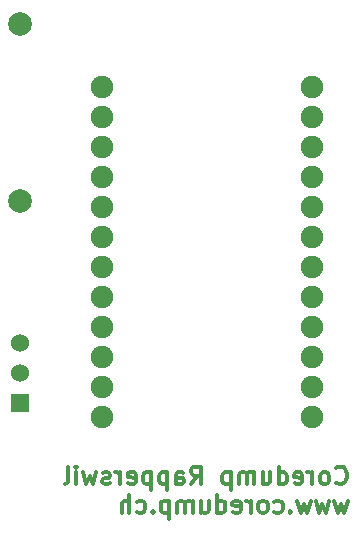
<source format=gbs>
G04 #@! TF.FileFunction,Soldermask,Bot*
%FSLAX46Y46*%
G04 Gerber Fmt 4.6, Leading zero omitted, Abs format (unit mm)*
G04 Created by KiCad (PCBNEW (2015-11-24 BZR 6329, Git e511afd)-product) date Die 01 Dez 2015 10:43:08 CET*
%MOMM*%
G01*
G04 APERTURE LIST*
%ADD10C,0.150000*%
%ADD11C,0.300000*%
%ADD12C,1.900000*%
%ADD13R,1.524000X1.524000*%
%ADD14C,1.524000*%
%ADD15C,1.998980*%
G04 APERTURE END LIST*
D10*
D11*
X141025714Y-112365714D02*
X141097143Y-112437143D01*
X141311429Y-112508571D01*
X141454286Y-112508571D01*
X141668571Y-112437143D01*
X141811429Y-112294286D01*
X141882857Y-112151429D01*
X141954286Y-111865714D01*
X141954286Y-111651429D01*
X141882857Y-111365714D01*
X141811429Y-111222857D01*
X141668571Y-111080000D01*
X141454286Y-111008571D01*
X141311429Y-111008571D01*
X141097143Y-111080000D01*
X141025714Y-111151429D01*
X140168571Y-112508571D02*
X140311429Y-112437143D01*
X140382857Y-112365714D01*
X140454286Y-112222857D01*
X140454286Y-111794286D01*
X140382857Y-111651429D01*
X140311429Y-111580000D01*
X140168571Y-111508571D01*
X139954286Y-111508571D01*
X139811429Y-111580000D01*
X139740000Y-111651429D01*
X139668571Y-111794286D01*
X139668571Y-112222857D01*
X139740000Y-112365714D01*
X139811429Y-112437143D01*
X139954286Y-112508571D01*
X140168571Y-112508571D01*
X139025714Y-112508571D02*
X139025714Y-111508571D01*
X139025714Y-111794286D02*
X138954286Y-111651429D01*
X138882857Y-111580000D01*
X138740000Y-111508571D01*
X138597143Y-111508571D01*
X137525715Y-112437143D02*
X137668572Y-112508571D01*
X137954286Y-112508571D01*
X138097143Y-112437143D01*
X138168572Y-112294286D01*
X138168572Y-111722857D01*
X138097143Y-111580000D01*
X137954286Y-111508571D01*
X137668572Y-111508571D01*
X137525715Y-111580000D01*
X137454286Y-111722857D01*
X137454286Y-111865714D01*
X138168572Y-112008571D01*
X136168572Y-112508571D02*
X136168572Y-111008571D01*
X136168572Y-112437143D02*
X136311429Y-112508571D01*
X136597143Y-112508571D01*
X136740001Y-112437143D01*
X136811429Y-112365714D01*
X136882858Y-112222857D01*
X136882858Y-111794286D01*
X136811429Y-111651429D01*
X136740001Y-111580000D01*
X136597143Y-111508571D01*
X136311429Y-111508571D01*
X136168572Y-111580000D01*
X134811429Y-111508571D02*
X134811429Y-112508571D01*
X135454286Y-111508571D02*
X135454286Y-112294286D01*
X135382858Y-112437143D01*
X135240000Y-112508571D01*
X135025715Y-112508571D01*
X134882858Y-112437143D01*
X134811429Y-112365714D01*
X134097143Y-112508571D02*
X134097143Y-111508571D01*
X134097143Y-111651429D02*
X134025715Y-111580000D01*
X133882857Y-111508571D01*
X133668572Y-111508571D01*
X133525715Y-111580000D01*
X133454286Y-111722857D01*
X133454286Y-112508571D01*
X133454286Y-111722857D02*
X133382857Y-111580000D01*
X133240000Y-111508571D01*
X133025715Y-111508571D01*
X132882857Y-111580000D01*
X132811429Y-111722857D01*
X132811429Y-112508571D01*
X132097143Y-111508571D02*
X132097143Y-113008571D01*
X132097143Y-111580000D02*
X131954286Y-111508571D01*
X131668572Y-111508571D01*
X131525715Y-111580000D01*
X131454286Y-111651429D01*
X131382857Y-111794286D01*
X131382857Y-112222857D01*
X131454286Y-112365714D01*
X131525715Y-112437143D01*
X131668572Y-112508571D01*
X131954286Y-112508571D01*
X132097143Y-112437143D01*
X128740000Y-112508571D02*
X129240000Y-111794286D01*
X129597143Y-112508571D02*
X129597143Y-111008571D01*
X129025715Y-111008571D01*
X128882857Y-111080000D01*
X128811429Y-111151429D01*
X128740000Y-111294286D01*
X128740000Y-111508571D01*
X128811429Y-111651429D01*
X128882857Y-111722857D01*
X129025715Y-111794286D01*
X129597143Y-111794286D01*
X127454286Y-112508571D02*
X127454286Y-111722857D01*
X127525715Y-111580000D01*
X127668572Y-111508571D01*
X127954286Y-111508571D01*
X128097143Y-111580000D01*
X127454286Y-112437143D02*
X127597143Y-112508571D01*
X127954286Y-112508571D01*
X128097143Y-112437143D01*
X128168572Y-112294286D01*
X128168572Y-112151429D01*
X128097143Y-112008571D01*
X127954286Y-111937143D01*
X127597143Y-111937143D01*
X127454286Y-111865714D01*
X126740000Y-111508571D02*
X126740000Y-113008571D01*
X126740000Y-111580000D02*
X126597143Y-111508571D01*
X126311429Y-111508571D01*
X126168572Y-111580000D01*
X126097143Y-111651429D01*
X126025714Y-111794286D01*
X126025714Y-112222857D01*
X126097143Y-112365714D01*
X126168572Y-112437143D01*
X126311429Y-112508571D01*
X126597143Y-112508571D01*
X126740000Y-112437143D01*
X125382857Y-111508571D02*
X125382857Y-113008571D01*
X125382857Y-111580000D02*
X125240000Y-111508571D01*
X124954286Y-111508571D01*
X124811429Y-111580000D01*
X124740000Y-111651429D01*
X124668571Y-111794286D01*
X124668571Y-112222857D01*
X124740000Y-112365714D01*
X124811429Y-112437143D01*
X124954286Y-112508571D01*
X125240000Y-112508571D01*
X125382857Y-112437143D01*
X123454286Y-112437143D02*
X123597143Y-112508571D01*
X123882857Y-112508571D01*
X124025714Y-112437143D01*
X124097143Y-112294286D01*
X124097143Y-111722857D01*
X124025714Y-111580000D01*
X123882857Y-111508571D01*
X123597143Y-111508571D01*
X123454286Y-111580000D01*
X123382857Y-111722857D01*
X123382857Y-111865714D01*
X124097143Y-112008571D01*
X122740000Y-112508571D02*
X122740000Y-111508571D01*
X122740000Y-111794286D02*
X122668572Y-111651429D01*
X122597143Y-111580000D01*
X122454286Y-111508571D01*
X122311429Y-111508571D01*
X121882858Y-112437143D02*
X121740001Y-112508571D01*
X121454286Y-112508571D01*
X121311429Y-112437143D01*
X121240001Y-112294286D01*
X121240001Y-112222857D01*
X121311429Y-112080000D01*
X121454286Y-112008571D01*
X121668572Y-112008571D01*
X121811429Y-111937143D01*
X121882858Y-111794286D01*
X121882858Y-111722857D01*
X121811429Y-111580000D01*
X121668572Y-111508571D01*
X121454286Y-111508571D01*
X121311429Y-111580000D01*
X120740000Y-111508571D02*
X120454286Y-112508571D01*
X120168572Y-111794286D01*
X119882857Y-112508571D01*
X119597143Y-111508571D01*
X119025714Y-112508571D02*
X119025714Y-111508571D01*
X119025714Y-111008571D02*
X119097143Y-111080000D01*
X119025714Y-111151429D01*
X118954286Y-111080000D01*
X119025714Y-111008571D01*
X119025714Y-111151429D01*
X118097142Y-112508571D02*
X118240000Y-112437143D01*
X118311428Y-112294286D01*
X118311428Y-111008571D01*
X142025714Y-113908571D02*
X141740000Y-114908571D01*
X141454286Y-114194286D01*
X141168571Y-114908571D01*
X140882857Y-113908571D01*
X140454285Y-113908571D02*
X140168571Y-114908571D01*
X139882857Y-114194286D01*
X139597142Y-114908571D01*
X139311428Y-113908571D01*
X138882856Y-113908571D02*
X138597142Y-114908571D01*
X138311428Y-114194286D01*
X138025713Y-114908571D01*
X137739999Y-113908571D01*
X137168570Y-114765714D02*
X137097142Y-114837143D01*
X137168570Y-114908571D01*
X137239999Y-114837143D01*
X137168570Y-114765714D01*
X137168570Y-114908571D01*
X135811427Y-114837143D02*
X135954284Y-114908571D01*
X136239998Y-114908571D01*
X136382856Y-114837143D01*
X136454284Y-114765714D01*
X136525713Y-114622857D01*
X136525713Y-114194286D01*
X136454284Y-114051429D01*
X136382856Y-113980000D01*
X136239998Y-113908571D01*
X135954284Y-113908571D01*
X135811427Y-113980000D01*
X134954284Y-114908571D02*
X135097142Y-114837143D01*
X135168570Y-114765714D01*
X135239999Y-114622857D01*
X135239999Y-114194286D01*
X135168570Y-114051429D01*
X135097142Y-113980000D01*
X134954284Y-113908571D01*
X134739999Y-113908571D01*
X134597142Y-113980000D01*
X134525713Y-114051429D01*
X134454284Y-114194286D01*
X134454284Y-114622857D01*
X134525713Y-114765714D01*
X134597142Y-114837143D01*
X134739999Y-114908571D01*
X134954284Y-114908571D01*
X133811427Y-114908571D02*
X133811427Y-113908571D01*
X133811427Y-114194286D02*
X133739999Y-114051429D01*
X133668570Y-113980000D01*
X133525713Y-113908571D01*
X133382856Y-113908571D01*
X132311428Y-114837143D02*
X132454285Y-114908571D01*
X132739999Y-114908571D01*
X132882856Y-114837143D01*
X132954285Y-114694286D01*
X132954285Y-114122857D01*
X132882856Y-113980000D01*
X132739999Y-113908571D01*
X132454285Y-113908571D01*
X132311428Y-113980000D01*
X132239999Y-114122857D01*
X132239999Y-114265714D01*
X132954285Y-114408571D01*
X130954285Y-114908571D02*
X130954285Y-113408571D01*
X130954285Y-114837143D02*
X131097142Y-114908571D01*
X131382856Y-114908571D01*
X131525714Y-114837143D01*
X131597142Y-114765714D01*
X131668571Y-114622857D01*
X131668571Y-114194286D01*
X131597142Y-114051429D01*
X131525714Y-113980000D01*
X131382856Y-113908571D01*
X131097142Y-113908571D01*
X130954285Y-113980000D01*
X129597142Y-113908571D02*
X129597142Y-114908571D01*
X130239999Y-113908571D02*
X130239999Y-114694286D01*
X130168571Y-114837143D01*
X130025713Y-114908571D01*
X129811428Y-114908571D01*
X129668571Y-114837143D01*
X129597142Y-114765714D01*
X128882856Y-114908571D02*
X128882856Y-113908571D01*
X128882856Y-114051429D02*
X128811428Y-113980000D01*
X128668570Y-113908571D01*
X128454285Y-113908571D01*
X128311428Y-113980000D01*
X128239999Y-114122857D01*
X128239999Y-114908571D01*
X128239999Y-114122857D02*
X128168570Y-113980000D01*
X128025713Y-113908571D01*
X127811428Y-113908571D01*
X127668570Y-113980000D01*
X127597142Y-114122857D01*
X127597142Y-114908571D01*
X126882856Y-113908571D02*
X126882856Y-115408571D01*
X126882856Y-113980000D02*
X126739999Y-113908571D01*
X126454285Y-113908571D01*
X126311428Y-113980000D01*
X126239999Y-114051429D01*
X126168570Y-114194286D01*
X126168570Y-114622857D01*
X126239999Y-114765714D01*
X126311428Y-114837143D01*
X126454285Y-114908571D01*
X126739999Y-114908571D01*
X126882856Y-114837143D01*
X125525713Y-114765714D02*
X125454285Y-114837143D01*
X125525713Y-114908571D01*
X125597142Y-114837143D01*
X125525713Y-114765714D01*
X125525713Y-114908571D01*
X124168570Y-114837143D02*
X124311427Y-114908571D01*
X124597141Y-114908571D01*
X124739999Y-114837143D01*
X124811427Y-114765714D01*
X124882856Y-114622857D01*
X124882856Y-114194286D01*
X124811427Y-114051429D01*
X124739999Y-113980000D01*
X124597141Y-113908571D01*
X124311427Y-113908571D01*
X124168570Y-113980000D01*
X123525713Y-114908571D02*
X123525713Y-113408571D01*
X122882856Y-114908571D02*
X122882856Y-114122857D01*
X122954285Y-113980000D01*
X123097142Y-113908571D01*
X123311427Y-113908571D01*
X123454285Y-113980000D01*
X123525713Y-114051429D01*
D12*
X121190000Y-78852000D03*
X121190000Y-81392000D03*
X121190000Y-83932000D03*
X121190000Y-86472000D03*
X121190000Y-89012000D03*
X121190000Y-91552000D03*
X121190000Y-94092000D03*
X121190000Y-96632000D03*
X121190000Y-99172000D03*
X121190000Y-101712000D03*
X121190000Y-104252000D03*
X121190000Y-106792000D03*
X138970000Y-78852000D03*
X138970000Y-81392000D03*
X138970000Y-83932000D03*
X138970000Y-86472000D03*
X138970000Y-89012000D03*
X138970000Y-91552000D03*
X138970000Y-94092000D03*
X138970000Y-96632000D03*
X138970000Y-99172000D03*
X138970000Y-101712000D03*
X138970000Y-104252000D03*
X138970000Y-106792000D03*
D13*
X114300000Y-105664000D03*
D14*
X114300000Y-103124000D03*
X114300000Y-100584000D03*
D15*
X114300000Y-73526000D03*
X114300000Y-88526000D03*
M02*

</source>
